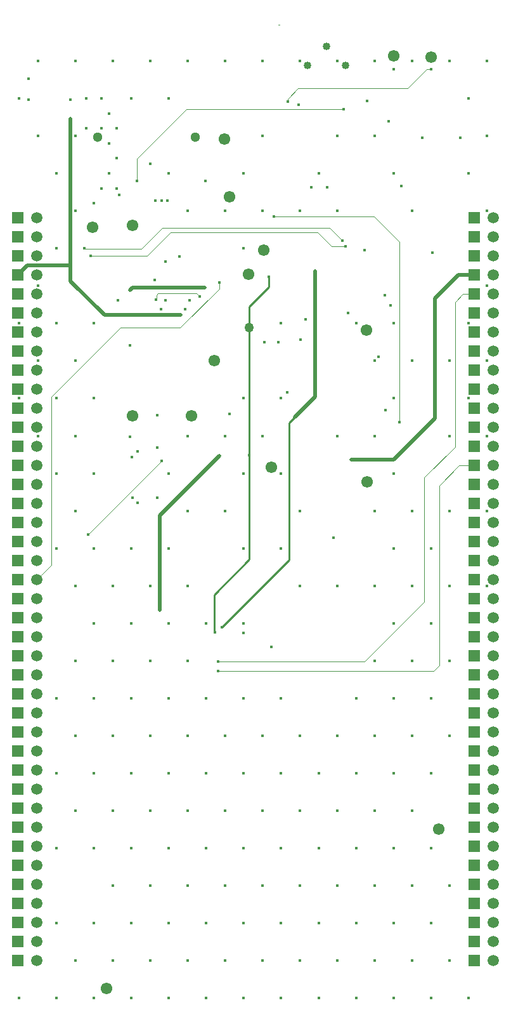
<source format=gbr>
%TF.GenerationSoftware,Altium Limited,Altium Designer,19.1.6 (110)*%
G04 Layer_Physical_Order=2*
G04 Layer_Color=36540*
%FSLAX26Y26*%
%MOIN*%
%TF.FileFunction,Copper,L2,Inr,Signal*%
%TF.Part,Single*%
G01*
G75*
%TA.AperFunction,Conductor*%
%ADD36C,0.004724*%
%ADD37C,0.019685*%
%ADD38C,0.009842*%
%TA.AperFunction,NonConductor*%
%ADD39C,0.004724*%
%TA.AperFunction,ComponentPad*%
%ADD40C,0.061024*%
%ADD41C,0.040000*%
%ADD42C,0.059055*%
%ADD43R,0.059055X0.059055*%
%ADD44C,0.051181*%
%TA.AperFunction,ViaPad*%
%ADD45C,0.015000*%
%ADD46C,0.017716*%
%ADD47C,0.050000*%
D36*
X1473000Y4256000D02*
X2000000D01*
X2133000Y4123000D01*
X2468972Y3848972D02*
X2527796D01*
X2426000Y3806000D02*
X2468972Y3848972D01*
X2426000Y3047000D02*
Y3806000D01*
X2265000Y2886000D02*
X2426000Y3047000D01*
X2265000Y2233000D02*
Y2886000D01*
X1951645Y1919645D02*
X2265000Y2233000D01*
X1182024Y1919645D02*
X1951645D01*
X1160514Y2075486D02*
X1163000Y2073000D01*
X1160514Y2075486D02*
Y2081749D01*
X1160000Y2082264D02*
X1160514Y2081749D01*
X2313000Y1870000D02*
X2343000Y1900000D01*
X1181551Y1870000D02*
X2313000D01*
X1180512Y1868960D02*
X1181551Y1870000D01*
X2343000Y1900000D02*
Y2844000D01*
X2447972Y2948972D01*
X2527796D01*
X2133000Y3176000D02*
Y4123000D01*
Y3175000D02*
Y3176000D01*
X227796Y2349956D02*
X304528Y2426688D01*
Y3309528D01*
X439000Y3444000D01*
X498278Y2586806D02*
X885000Y2973528D01*
X856174Y3821174D02*
Y3845000D01*
X854000Y3819000D02*
X856174Y3821174D01*
Y3845000D02*
X865174Y3854000D01*
X1069228D01*
X1084574Y3838654D01*
X982000Y3674000D02*
X1186260Y3878260D01*
X669000Y3674000D02*
X982000D01*
X439000Y3444000D02*
X669000Y3674000D01*
X754174Y4445000D02*
Y4559174D01*
X1015000Y4820000D01*
X1840000D01*
X1186260Y3878260D02*
Y3911930D01*
X2179134Y4930512D02*
X2278622Y5030000D01*
X2300000D01*
X1546000Y4873932D02*
X1602580Y4930512D01*
X2179134D01*
X1546000Y4862000D02*
Y4873932D01*
X1768000Y4197000D02*
X1835000Y4130000D01*
X887000Y4197000D02*
X1768000D01*
X777000Y4087000D02*
X887000Y4197000D01*
X480000Y4087000D02*
X777000D01*
X1778000Y4100000D02*
X1850000D01*
X1705000Y4173000D02*
X1778000Y4100000D01*
X932000Y4173000D02*
X1705000D01*
X808000Y4049000D02*
X932000Y4173000D01*
X510000Y4049000D02*
X808000D01*
D37*
X2320000Y3826000D02*
X2442972Y3948972D01*
X2320000Y3197000D02*
Y3826000D01*
X2105000Y2982000D02*
X2320000Y3197000D01*
X875000Y2688008D02*
X1186614Y2999622D01*
X875000Y2190000D02*
Y2688008D01*
X717000Y3871000D02*
X730000Y3884000D01*
X1111174D01*
X405394Y4001000D02*
Y4770000D01*
X584000Y3740000D02*
X983190D01*
X396000Y4001000D02*
X405000Y3992000D01*
X178840Y4001000D02*
X396000D01*
X127796Y3949956D02*
X178840Y4001000D01*
X1690846Y3311846D02*
Y3969536D01*
X1584000Y3205000D02*
X1690846Y3311846D01*
X396788Y4001000D02*
X405394D01*
X1882000Y2982000D02*
X2105000D01*
X2442972Y3948972D02*
X2527796D01*
X405394Y3918606D02*
Y4001000D01*
Y3918606D02*
X584000Y3740000D01*
D38*
X1343686Y3002488D02*
Y3782686D01*
X1160000Y2082264D02*
Y2272000D01*
X1343686Y2455686D01*
Y3002488D01*
X1200000Y2100000D02*
X1554000Y2454000D01*
Y3175000D01*
X1584000Y3205000D01*
X1343686Y3782686D02*
X1447528Y3886528D01*
Y3940806D01*
D39*
X1497000Y5264000D02*
X1505000D01*
D40*
X593000Y203000D02*
D03*
X2300000Y5095000D02*
D03*
X2340000Y1040000D02*
D03*
X1240000Y4360000D02*
D03*
X520000Y4200000D02*
D03*
X730000Y4210000D02*
D03*
X1215000Y4665000D02*
D03*
X1340000Y3955000D02*
D03*
X1960000Y3660000D02*
D03*
X1160000Y3500000D02*
D03*
X1460000Y2940000D02*
D03*
X1965000Y2865000D02*
D03*
X730000Y3210000D02*
D03*
X1040000D02*
D03*
X1420000Y4080000D02*
D03*
X2105000Y5100000D02*
D03*
D41*
X1650000Y5050000D02*
D03*
X1850000D02*
D03*
X1750000Y5150000D02*
D03*
D42*
X2627796Y348972D02*
D03*
Y448972D02*
D03*
Y548972D02*
D03*
Y648972D02*
D03*
Y748972D02*
D03*
Y848972D02*
D03*
Y948972D02*
D03*
Y1048972D02*
D03*
Y1148972D02*
D03*
Y1248972D02*
D03*
Y1348972D02*
D03*
Y1448972D02*
D03*
Y1548972D02*
D03*
Y1648972D02*
D03*
Y1748972D02*
D03*
Y1848972D02*
D03*
Y1948972D02*
D03*
Y2048972D02*
D03*
Y2148972D02*
D03*
Y2248972D02*
D03*
Y2348972D02*
D03*
Y2448972D02*
D03*
Y2548972D02*
D03*
Y2648972D02*
D03*
Y2748972D02*
D03*
Y2848972D02*
D03*
Y2948972D02*
D03*
Y3048972D02*
D03*
Y3148972D02*
D03*
Y3248972D02*
D03*
Y3348972D02*
D03*
Y3448972D02*
D03*
Y3548972D02*
D03*
Y3648972D02*
D03*
Y3748972D02*
D03*
Y3848972D02*
D03*
Y3948972D02*
D03*
Y4048972D02*
D03*
Y4148972D02*
D03*
Y4248972D02*
D03*
X227796Y349956D02*
D03*
Y449956D02*
D03*
Y549956D02*
D03*
Y649956D02*
D03*
Y749956D02*
D03*
Y849956D02*
D03*
Y949956D02*
D03*
Y1049956D02*
D03*
Y1149956D02*
D03*
Y1249956D02*
D03*
Y1349956D02*
D03*
Y1449956D02*
D03*
Y1549956D02*
D03*
Y1649956D02*
D03*
Y1749956D02*
D03*
Y1849956D02*
D03*
Y1949956D02*
D03*
Y2049956D02*
D03*
Y2149956D02*
D03*
Y2249956D02*
D03*
Y2349956D02*
D03*
Y2449956D02*
D03*
Y2549956D02*
D03*
Y2649956D02*
D03*
Y2749956D02*
D03*
Y2849956D02*
D03*
Y2949956D02*
D03*
Y3049956D02*
D03*
Y3149956D02*
D03*
Y3249956D02*
D03*
Y3349956D02*
D03*
Y3449956D02*
D03*
Y3549956D02*
D03*
Y3649956D02*
D03*
Y3749956D02*
D03*
Y3849956D02*
D03*
Y3949956D02*
D03*
Y4049956D02*
D03*
Y4149956D02*
D03*
Y4249956D02*
D03*
D43*
X2527796Y348972D02*
D03*
Y448972D02*
D03*
Y548972D02*
D03*
Y648972D02*
D03*
Y748972D02*
D03*
Y848972D02*
D03*
Y948972D02*
D03*
Y1048972D02*
D03*
Y1148972D02*
D03*
Y1248972D02*
D03*
Y1348972D02*
D03*
Y1448972D02*
D03*
Y1548972D02*
D03*
Y1648972D02*
D03*
Y1748972D02*
D03*
Y1848972D02*
D03*
Y1948972D02*
D03*
Y2048972D02*
D03*
Y2148972D02*
D03*
Y2248972D02*
D03*
Y2348972D02*
D03*
Y2448972D02*
D03*
Y2548972D02*
D03*
Y2648972D02*
D03*
Y2748972D02*
D03*
Y2848972D02*
D03*
Y2948972D02*
D03*
Y3048972D02*
D03*
Y3148972D02*
D03*
Y3248972D02*
D03*
Y3348972D02*
D03*
Y3448972D02*
D03*
Y3548972D02*
D03*
Y3648972D02*
D03*
Y3748972D02*
D03*
Y3848972D02*
D03*
Y3948972D02*
D03*
Y4048972D02*
D03*
Y4148972D02*
D03*
Y4248972D02*
D03*
X127796Y349956D02*
D03*
Y449956D02*
D03*
Y549956D02*
D03*
Y649956D02*
D03*
Y749956D02*
D03*
Y849956D02*
D03*
Y949956D02*
D03*
Y1049956D02*
D03*
Y1149956D02*
D03*
Y1249956D02*
D03*
Y1349956D02*
D03*
Y1449956D02*
D03*
Y1549956D02*
D03*
Y1649956D02*
D03*
Y1749956D02*
D03*
Y1849956D02*
D03*
Y1949956D02*
D03*
Y2049956D02*
D03*
Y2149956D02*
D03*
Y2249956D02*
D03*
Y2349956D02*
D03*
Y2449956D02*
D03*
Y2549956D02*
D03*
Y2649956D02*
D03*
Y2749956D02*
D03*
Y2849956D02*
D03*
Y2949956D02*
D03*
Y3049956D02*
D03*
Y3149956D02*
D03*
Y3249956D02*
D03*
Y3349956D02*
D03*
Y3449956D02*
D03*
Y3549956D02*
D03*
Y3649956D02*
D03*
Y3749956D02*
D03*
Y3849956D02*
D03*
Y3949956D02*
D03*
Y4049956D02*
D03*
Y4149956D02*
D03*
Y4249956D02*
D03*
D44*
X1062165Y4673740D02*
D03*
X547992D02*
D03*
D45*
X718931Y3100484D02*
D03*
X1315000Y2070000D02*
D03*
X2595159Y5073839D02*
D03*
X2496734Y4876988D02*
D03*
X2595159Y4680138D02*
D03*
X2496734Y4483288D02*
D03*
X2595159Y4286437D02*
D03*
Y3892736D02*
D03*
X2496734Y3695886D02*
D03*
X2595159Y3499035D02*
D03*
X2496734Y3302185D02*
D03*
X2595159Y3105335D02*
D03*
Y2711634D02*
D03*
Y2317933D02*
D03*
X2496734Y152579D02*
D03*
X2398309Y5073839D02*
D03*
Y3499035D02*
D03*
Y3105335D02*
D03*
Y2711634D02*
D03*
X2299884Y2514784D02*
D03*
X2398309Y2317933D02*
D03*
X2299884Y2121083D02*
D03*
X2398309Y1924232D02*
D03*
X2299884Y1727382D02*
D03*
X2398309Y1530532D02*
D03*
X2299884Y1333681D02*
D03*
Y939980D02*
D03*
X2398309Y743130D02*
D03*
X2299884Y546279D02*
D03*
X2398309Y349429D02*
D03*
X2299884Y152579D02*
D03*
X2201458Y5073839D02*
D03*
X2103033Y4483288D02*
D03*
X2201458Y4286437D02*
D03*
X2103033Y3695886D02*
D03*
X2201458Y3499035D02*
D03*
X2103033Y3302185D02*
D03*
Y2908484D02*
D03*
X2201458Y2711634D02*
D03*
X2103033Y2514784D02*
D03*
X2201458Y2317933D02*
D03*
X2103033Y2121083D02*
D03*
X2201458Y1924232D02*
D03*
X2103033Y1727382D02*
D03*
X2201458Y1530532D02*
D03*
X2103033Y1333681D02*
D03*
X2201458Y1136831D02*
D03*
X2103033Y939980D02*
D03*
X2201458Y743130D02*
D03*
X2103033Y546279D02*
D03*
X2201458Y349429D02*
D03*
X2103033Y152579D02*
D03*
X2004608Y5073839D02*
D03*
Y4680138D02*
D03*
X1906183Y3695886D02*
D03*
X2004608Y3499035D02*
D03*
Y3105335D02*
D03*
Y2711634D02*
D03*
Y2317933D02*
D03*
Y1924232D02*
D03*
X1906183Y1727382D02*
D03*
X2004608Y1530532D02*
D03*
X1906183Y1333681D02*
D03*
X2004608Y1136831D02*
D03*
X1906183Y939980D02*
D03*
X2004608Y743130D02*
D03*
X1906183Y546279D02*
D03*
X2004608Y349429D02*
D03*
X1906183Y152579D02*
D03*
X1807758Y5073839D02*
D03*
Y4680138D02*
D03*
X1709332Y4483288D02*
D03*
X1807758Y4286437D02*
D03*
Y1530532D02*
D03*
X1709332Y1333681D02*
D03*
X1807758Y1136831D02*
D03*
X1709332Y939980D02*
D03*
X1807758Y743130D02*
D03*
X1709332Y546279D02*
D03*
X1807758Y349429D02*
D03*
X1709332Y152579D02*
D03*
X1610907Y5073839D02*
D03*
Y4286437D02*
D03*
X1512482Y3695886D02*
D03*
Y1727382D02*
D03*
X1610907Y1530532D02*
D03*
X1512482Y1333681D02*
D03*
X1610907Y1136831D02*
D03*
X1512482Y939980D02*
D03*
X1610907Y743130D02*
D03*
X1512482Y546279D02*
D03*
X1610907Y349429D02*
D03*
X1512482Y152579D02*
D03*
X1414057Y5073839D02*
D03*
Y4680138D02*
D03*
X1315632Y4483288D02*
D03*
X1414057Y4286437D02*
D03*
X1315632Y4089587D02*
D03*
X1414057Y1530532D02*
D03*
X1315632Y1333681D02*
D03*
X1414057Y1136831D02*
D03*
X1315632Y939980D02*
D03*
X1414057Y743130D02*
D03*
X1315632Y546279D02*
D03*
X1414057Y349429D02*
D03*
X1315632Y152579D02*
D03*
X1217206Y5073839D02*
D03*
Y4286437D02*
D03*
Y1530532D02*
D03*
X1118781Y1333681D02*
D03*
X1217206Y1136831D02*
D03*
X1118781Y939980D02*
D03*
X1217206Y743130D02*
D03*
X1118781Y546279D02*
D03*
X1217206Y349429D02*
D03*
X1118781Y152579D02*
D03*
X1020356Y5073839D02*
D03*
X921931Y4876988D02*
D03*
Y4483288D02*
D03*
X1020356Y4286437D02*
D03*
Y1530532D02*
D03*
X921931Y1333681D02*
D03*
X1020356Y1136831D02*
D03*
X921931Y939980D02*
D03*
X1020356Y743130D02*
D03*
X921931Y546279D02*
D03*
X1020356Y349429D02*
D03*
X921931Y152579D02*
D03*
X823506Y5073839D02*
D03*
X725080Y4876988D02*
D03*
X823506Y1530532D02*
D03*
X725080Y1333681D02*
D03*
X823506Y1136831D02*
D03*
X725080Y939980D02*
D03*
X823506Y743130D02*
D03*
X725080Y546279D02*
D03*
X823506Y349429D02*
D03*
X725080Y152579D02*
D03*
X626655Y5073839D02*
D03*
X528230Y3695886D02*
D03*
X626655Y1530532D02*
D03*
X528230Y1333681D02*
D03*
X626655Y1136831D02*
D03*
X528230Y939980D02*
D03*
X626655Y743130D02*
D03*
X528230Y546279D02*
D03*
X626655Y349429D02*
D03*
X528230Y152579D02*
D03*
X429805Y5073839D02*
D03*
Y4680138D02*
D03*
X331380Y4483288D02*
D03*
X429805Y4286437D02*
D03*
X331380Y4089587D02*
D03*
Y3695886D02*
D03*
X429805Y3499035D02*
D03*
X331380Y3302185D02*
D03*
X429805Y3105335D02*
D03*
X331380Y2908484D02*
D03*
X429805Y2711634D02*
D03*
X331380Y2514784D02*
D03*
X429805Y2317933D02*
D03*
Y1924232D02*
D03*
X331380Y1727382D02*
D03*
X429805Y1530532D02*
D03*
X331380Y1333681D02*
D03*
X429805Y1136831D02*
D03*
X331380Y939980D02*
D03*
Y546279D02*
D03*
X429805Y349429D02*
D03*
X331380Y152579D02*
D03*
X232954Y5073839D02*
D03*
X134529Y4876988D02*
D03*
X232954Y4680138D02*
D03*
Y3892736D02*
D03*
X134529Y3695886D02*
D03*
X232954Y3499035D02*
D03*
X134529Y3302185D02*
D03*
X232954Y3105335D02*
D03*
X134529Y152579D02*
D03*
X1807758Y3105335D02*
D03*
Y2317933D02*
D03*
X1512482Y3302185D02*
D03*
Y2908484D02*
D03*
X1610907Y2711634D02*
D03*
X1512482Y2514784D02*
D03*
X1610907Y2317933D02*
D03*
X1315632Y3302185D02*
D03*
X1414057Y3105335D02*
D03*
X1315632Y2908484D02*
D03*
Y2514784D02*
D03*
Y2121083D02*
D03*
Y1727382D02*
D03*
X1217206Y3105335D02*
D03*
Y2711634D02*
D03*
X1118781Y2121083D02*
D03*
Y1727382D02*
D03*
X1020356Y3105335D02*
D03*
X921931Y2908484D02*
D03*
X1020356Y2711634D02*
D03*
X921931Y2514784D02*
D03*
X1020356Y2317933D02*
D03*
X921931Y2121083D02*
D03*
X1020356Y1924232D02*
D03*
X921931Y1727382D02*
D03*
X725080Y2514784D02*
D03*
X823506Y2317933D02*
D03*
X725080Y2121083D02*
D03*
X823506Y1924232D02*
D03*
X725080Y1727382D02*
D03*
X528230Y3302185D02*
D03*
Y2908484D02*
D03*
Y2514784D02*
D03*
X626655Y2317933D02*
D03*
X528230Y2121083D02*
D03*
X626655Y1924232D02*
D03*
X528230Y1727382D02*
D03*
X606996Y4798269D02*
D03*
X646366Y4719529D02*
D03*
X606996Y4640788D02*
D03*
X646366Y4562048D02*
D03*
X606996Y4483308D02*
D03*
X646366Y4404568D02*
D03*
X567626Y4877009D02*
D03*
Y4719529D02*
D03*
Y4404568D02*
D03*
X528256Y4325828D02*
D03*
X488885Y4877009D02*
D03*
Y4719529D02*
D03*
D46*
X1008000Y3770000D02*
D03*
X880000D02*
D03*
X716576Y3580424D02*
D03*
X1473000Y4256000D02*
D03*
X860000Y3045000D02*
D03*
X1605000Y4845000D02*
D03*
X732284Y2781000D02*
D03*
X860590Y2780984D02*
D03*
X1182024Y1919645D02*
D03*
X1180512Y1868960D02*
D03*
X2079000Y4757000D02*
D03*
X2144000Y4417000D02*
D03*
X2086000Y3791000D02*
D03*
X875000Y2190000D02*
D03*
X1163000Y2073000D02*
D03*
X1200000Y2100000D02*
D03*
X1460000Y1996457D02*
D03*
X662000Y4371000D02*
D03*
X717000Y3871000D02*
D03*
X1186614Y2999622D02*
D03*
X1863000Y3750000D02*
D03*
X1447528Y3940806D02*
D03*
X498278Y2586806D02*
D03*
X983190Y3740000D02*
D03*
X848000Y3922402D02*
D03*
X824000Y4533000D02*
D03*
X854000Y3819000D02*
D03*
X1032000Y3817000D02*
D03*
X905000Y3816000D02*
D03*
X884174Y4339016D02*
D03*
X851174Y4339000D02*
D03*
X1690846Y3969536D02*
D03*
X1343686Y3002488D02*
D03*
X2254000Y4669000D02*
D03*
X2453000D02*
D03*
X1787000Y2570000D02*
D03*
X1584000Y3205000D02*
D03*
X1084574Y3838654D02*
D03*
X1670000Y4410000D02*
D03*
X1753308D02*
D03*
X2300000Y5030000D02*
D03*
X2105000D02*
D03*
X754174Y4445000D02*
D03*
X1965000Y4865000D02*
D03*
X1840000Y4820000D02*
D03*
X977174Y4047000D02*
D03*
X904174Y4021000D02*
D03*
X915316Y4339016D02*
D03*
X885000Y2973528D02*
D03*
X757000Y2755024D02*
D03*
X1111174Y3884000D02*
D03*
X1641614Y3716614D02*
D03*
X1186260Y3911930D02*
D03*
X1543888Y3334882D02*
D03*
X1882000Y2982000D02*
D03*
X757820Y3022740D02*
D03*
X729000Y2994000D02*
D03*
X1115472Y4442442D02*
D03*
X405394Y4870000D02*
D03*
X182954D02*
D03*
X405394Y4770000D02*
D03*
X1545994Y4859927D02*
D03*
X861000Y3215000D02*
D03*
X1499000Y3596536D02*
D03*
X1423000Y3595536D02*
D03*
X2024016Y3518952D02*
D03*
X1240000Y3220000D02*
D03*
X1615000Y3610000D02*
D03*
X185000Y4980000D02*
D03*
X1950000Y4080000D02*
D03*
X1850000Y4100000D02*
D03*
X1835000Y4130000D02*
D03*
X2062000Y3240000D02*
D03*
X2308000Y4067000D02*
D03*
X2059000Y3843000D02*
D03*
X2133000Y3176000D02*
D03*
X652725Y3817275D02*
D03*
X478000Y4089000D02*
D03*
X510000Y4049000D02*
D03*
D47*
X1344000Y3673000D02*
D03*
%TF.MD5,b9c54c2481204875febb37868275d4e2*%
M02*

</source>
